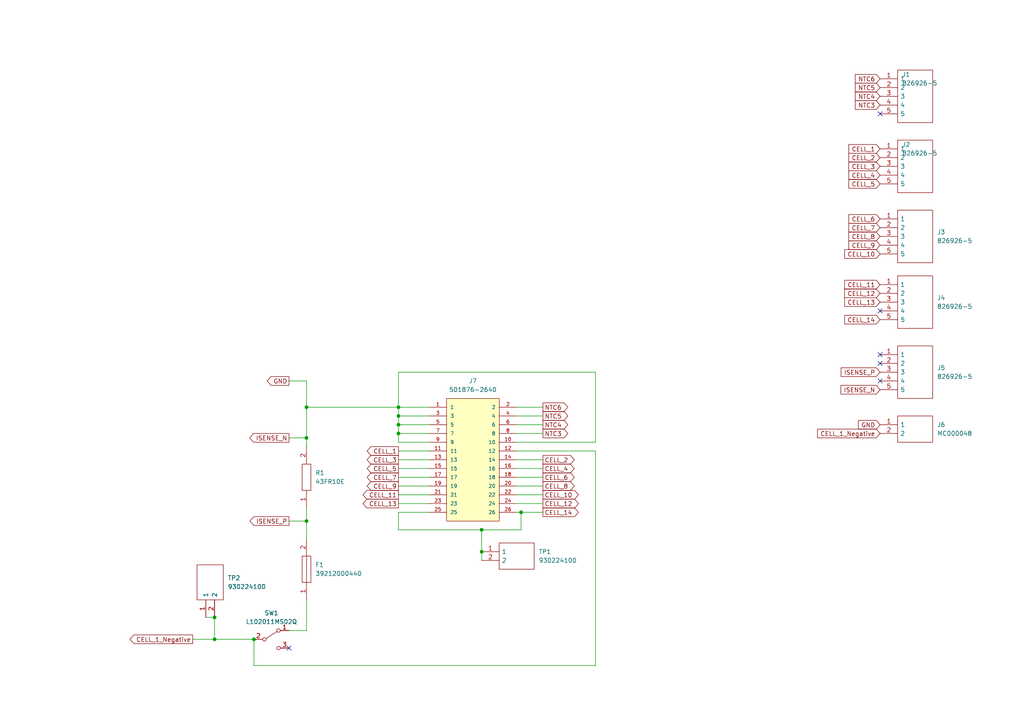
<source format=kicad_sch>
(kicad_sch (version 20211123) (generator eeschema)
  (paper "A4")
  (lib_symbols
    (symbol "2212S-05SG-85:2212S-05SG-85" (pin_names (offset 0.762))
      (property "Reference" "J" (at 16.51 7.62 0))
      (property "Value" "2212S-05SG-85" (at 16.51 5.08 0))
      (symbol "2212S-05SG-85_0_0"
        (pin passive line (at 0 0 0) (length 5.08) (name "1") (number "1"))
        (pin passive line (at 0 -2.54 0) (length 5.08) (name "2") (number "2"))
        (pin passive line (at 0 -5.08 0) (length 5.08) (name "3") (number "3"))
        (pin passive line (at 0 -7.62 0) (length 5.08) (name "4") (number "4"))
        (pin passive line (at 0 -10.16 0) (length 5.08) (name "5") (number "5"))
      )
      (symbol "2212S-05SG-85_0_1"
        (polyline (pts (xy 5.08 2.54) (xy 15.24 2.54) (xy 15.24 -12.7) (xy 5.08 -12.7) (xy 5.08 2.54)) (stroke (width 0.1524)))
      )
    )
    (symbol "39212000440:39212000440" (pin_names (offset 0.762))
      (property "Reference" "F" (at 13.97 6.35 0))
      (property "Value" "39212000440" (at 13.97 3.81 0))
      (symbol "39212000440_0_0"
        (pin passive line (at 0 0 0) (length 5.08) (name "~") (number "1"))
        (pin passive line (at 17.78 0 180) (length 5.08) (name "~") (number "2"))
      )
      (symbol "39212000440_0_1"
        (polyline (pts (xy 5.08 0) (xy 12.7 0)) (stroke (width 0.1524)))
        (polyline (pts (xy 5.08 1.27) (xy 12.7 1.27) (xy 12.7 -1.27) (xy 5.08 -1.27) (xy 5.08 1.27)) (stroke (width 0.1524)))
      )
    )
    (symbol "43FR10E:43FR10E" (pin_names (offset 0.762))
      (property "Reference" "R" (at 13.97 6.35 0))
      (property "Value" "43FR10E" (at 13.97 3.81 0))
      (symbol "43FR10E_0_0"
        (pin passive line (at 0 0 0) (length 5.08) (name "~") (number "1"))
        (pin passive line (at 17.78 0 180) (length 5.08) (name "~") (number "2"))
      )
      (symbol "43FR10E_0_1"
        (polyline (pts (xy 5.08 1.27) (xy 12.7 1.27) (xy 12.7 -1.27) (xy 5.08 -1.27) (xy 5.08 1.27)) (stroke (width 0.1524)))
      )
    )
    (symbol "501876-2640:501876-2640" (pin_names (offset 1.016))
      (property "Reference" "J" (at -7.62 18.542 0))
      (property "Value" "501876-2640" (at -7.62 -20.32 0))
      (symbol "501876-2640_0_0"
        (rectangle (start -7.62 -17.78) (end 7.62 17.78) (stroke (width 0.1524)) (fill (type background)))
        (pin passive line (at -12.7 15.24 0) (length 5.08) (name "1") (number "1"))
        (pin passive line (at 12.7 5.08 180) (length 5.08) (name "10") (number "10"))
        (pin passive line (at -12.7 2.54 0) (length 5.08) (name "11") (number "11"))
        (pin passive line (at 12.7 2.54 180) (length 5.08) (name "12") (number "12"))
        (pin passive line (at -12.7 0 0) (length 5.08) (name "13") (number "13"))
        (pin passive line (at 12.7 0 180) (length 5.08) (name "14") (number "14"))
        (pin passive line (at -12.7 -2.54 0) (length 5.08) (name "15") (number "15"))
        (pin passive line (at 12.7 -2.54 180) (length 5.08) (name "16") (number "16"))
        (pin passive line (at -12.7 -5.08 0) (length 5.08) (name "17") (number "17"))
        (pin passive line (at 12.7 -5.08 180) (length 5.08) (name "18") (number "18"))
        (pin passive line (at -12.7 -7.62 0) (length 5.08) (name "19") (number "19"))
        (pin passive line (at 12.7 15.24 180) (length 5.08) (name "2") (number "2"))
        (pin passive line (at 12.7 -7.62 180) (length 5.08) (name "20") (number "20"))
        (pin passive line (at -12.7 -10.16 0) (length 5.08) (name "21") (number "21"))
        (pin passive line (at 12.7 -10.16 180) (length 5.08) (name "22") (number "22"))
        (pin passive line (at -12.7 -12.7 0) (length 5.08) (name "23") (number "23"))
        (pin passive line (at 12.7 -12.7 180) (length 5.08) (name "24") (number "24"))
        (pin passive line (at -12.7 -15.24 0) (length 5.08) (name "25") (number "25"))
        (pin passive line (at 12.7 -15.24 180) (length 5.08) (name "26") (number "26"))
        (pin passive line (at -12.7 12.7 0) (length 5.08) (name "3") (number "3"))
        (pin passive line (at 12.7 12.7 180) (length 5.08) (name "4") (number "4"))
        (pin passive line (at -12.7 10.16 0) (length 5.08) (name "5") (number "5"))
        (pin passive line (at 12.7 10.16 180) (length 5.08) (name "6") (number "6"))
        (pin passive line (at -12.7 7.62 0) (length 5.08) (name "7") (number "7"))
        (pin passive line (at 12.7 7.62 180) (length 5.08) (name "8") (number "8"))
        (pin passive line (at -12.7 5.08 0) (length 5.08) (name "9") (number "9"))
      )
    )
    (symbol "930224100:930224100" (pin_names (offset 0.762))
      (property "Reference" "TP" (at 16.51 7.62 0))
      (property "Value" "930224100" (at 16.51 5.08 0))
      (symbol "930224100_0_0"
        (pin passive line (at 0 0 0) (length 5.08) (name "1") (number "1"))
        (pin passive line (at 0 -2.54 0) (length 5.08) (name "2") (number "2"))
      )
      (symbol "930224100_0_1"
        (polyline (pts (xy 5.08 2.54) (xy 15.24 2.54) (xy 15.24 -5.08) (xy 5.08 -5.08) (xy 5.08 2.54)) (stroke (width 0.1524)))
      )
    )
    (symbol "MC000048:MC000048" (pin_names (offset 0.762))
      (property "Reference" "J" (at 16.51 7.62 0))
      (property "Value" "MC000048" (at 16.51 5.08 0))
      (symbol "MC000048_0_0"
        (pin passive line (at 0 0 0) (length 5.08) (name "1") (number "1"))
        (pin passive line (at 0 -2.54 0) (length 5.08) (name "2") (number "2"))
      )
      (symbol "MC000048_0_1"
        (polyline (pts (xy 5.08 2.54) (xy 15.24 2.54) (xy 15.24 -5.08) (xy 5.08 -5.08) (xy 5.08 2.54)) (stroke (width 0.1524)))
      )
    )
    (symbol "Switch:SW_SPDT" (pin_names (offset 0) hide)
      (property "Reference" "SW" (at 0 4.318 0))
      (property "Value" "SW_SPDT" (at 0 -5.08 0))
      (symbol "SW_SPDT_0_0"
        (circle (center -2.032 0) (radius 0.508))
        (circle (center 2.032 -2.54) (radius 0.508))
      )
      (symbol "SW_SPDT_0_1"
        (polyline (pts (xy -1.524 0.254) (xy 1.651 2.286)))
        (circle (center 2.032 2.54) (radius 0.508))
      )
      (symbol "SW_SPDT_1_1"
        (pin passive line (at 5.08 2.54 180) (length 2.54) (name "A") (number "1"))
        (pin passive line (at -5.08 0 0) (length 2.54) (name "B") (number "2"))
        (pin passive line (at 5.08 -2.54 180) (length 2.54) (name "C") (number "3"))
      )
    )
  )
  (junction (at 88.9 127))
  (junction (at 115.57 123.19))
  (junction (at 88.9 151.13))
  (junction (at 62.23 179.07))
  (junction (at 62.23 185.42))
  (junction (at 139.7 160.02))
  (junction (at 115.57 120.65))
  (junction (at 73.66 185.42))
  (junction (at 139.7 153.67))
  (junction (at 115.57 118.11))
  (junction (at 88.9 118.11))
  (junction (at 151.13 148.59))
  (junction (at 115.57 125.73))
  (no_connect (at 255.27 90.17))
  (no_connect (at 255.27 105.41))
  (no_connect (at 255.27 33.02))
  (no_connect (at 255.27 110.49))
  (no_connect (at 255.27 102.87))
  (no_connect (at 83.82 187.96))
  (wire (pts (xy 88.9 118.11) (xy 88.9 127)))
  (wire (pts (xy 115.57 118.11) (xy 124.46 118.11)))
  (wire (pts (xy 115.57 130.81) (xy 124.46 130.81)))
  (wire (pts (xy 151.13 148.59) (xy 157.48 148.59)))
  (wire (pts (xy 73.66 193.04) (xy 172.72 193.04)))
  (wire (pts (xy 88.9 151.13) (xy 88.9 156.21)))
  (wire (pts (xy 172.72 107.95) (xy 115.57 107.95)))
  (wire (pts (xy 157.48 123.19) (xy 149.86 123.19)))
  (wire (pts (xy 88.9 127) (xy 88.9 129.54)))
  (wire (pts (xy 115.57 128.27) (xy 115.57 125.73)))
  (wire (pts (xy 62.23 185.42) (xy 55.88 185.42)))
  (wire (pts (xy 115.57 120.65) (xy 115.57 118.11)))
  (wire (pts (xy 149.86 130.81) (xy 172.72 130.81)))
  (wire (pts (xy 151.13 148.59) (xy 149.86 148.59)))
  (wire (pts (xy 151.13 153.67) (xy 151.13 148.59)))
  (wire (pts (xy 115.57 123.19) (xy 124.46 123.19)))
  (wire (pts (xy 124.46 128.27) (xy 115.57 128.27)))
  (wire (pts (xy 115.57 125.73) (xy 124.46 125.73)))
  (wire (pts (xy 88.9 173.99) (xy 88.9 182.88)))
  (wire (pts (xy 172.72 130.81) (xy 172.72 193.04)))
  (wire (pts (xy 115.57 135.89) (xy 124.46 135.89)))
  (wire (pts (xy 88.9 110.49) (xy 88.9 118.11)))
  (wire (pts (xy 157.48 125.73) (xy 149.86 125.73)))
  (wire (pts (xy 59.69 179.07) (xy 62.23 179.07)))
  (wire (pts (xy 115.57 153.67) (xy 139.7 153.67)))
  (wire (pts (xy 83.82 151.13) (xy 88.9 151.13)))
  (wire (pts (xy 139.7 153.67) (xy 139.7 160.02)))
  (wire (pts (xy 115.57 148.59) (xy 115.57 153.67)))
  (wire (pts (xy 149.86 128.27) (xy 172.72 128.27)))
  (wire (pts (xy 83.82 127) (xy 88.9 127)))
  (wire (pts (xy 139.7 153.67) (xy 151.13 153.67)))
  (wire (pts (xy 139.7 160.02) (xy 139.7 162.56)))
  (wire (pts (xy 172.72 128.27) (xy 172.72 107.95)))
  (wire (pts (xy 124.46 148.59) (xy 115.57 148.59)))
  (wire (pts (xy 88.9 147.32) (xy 88.9 151.13)))
  (wire (pts (xy 115.57 140.97) (xy 124.46 140.97)))
  (wire (pts (xy 115.57 125.73) (xy 115.57 123.19)))
  (wire (pts (xy 115.57 107.95) (xy 115.57 118.11)))
  (wire (pts (xy 157.48 133.35) (xy 149.86 133.35)))
  (wire (pts (xy 157.48 143.51) (xy 149.86 143.51)))
  (wire (pts (xy 149.86 118.11) (xy 157.48 118.11)))
  (wire (pts (xy 115.57 123.19) (xy 115.57 120.65)))
  (wire (pts (xy 83.82 182.88) (xy 88.9 182.88)))
  (wire (pts (xy 115.57 120.65) (xy 124.46 120.65)))
  (wire (pts (xy 88.9 118.11) (xy 115.57 118.11)))
  (wire (pts (xy 157.48 146.05) (xy 149.86 146.05)))
  (wire (pts (xy 115.57 138.43) (xy 124.46 138.43)))
  (wire (pts (xy 73.66 185.42) (xy 62.23 185.42)))
  (wire (pts (xy 157.48 140.97) (xy 149.86 140.97)))
  (wire (pts (xy 83.82 110.49) (xy 88.9 110.49)))
  (wire (pts (xy 62.23 179.07) (xy 62.23 185.42)))
  (wire (pts (xy 157.48 135.89) (xy 149.86 135.89)))
  (wire (pts (xy 73.66 193.04) (xy 73.66 185.42)))
  (wire (pts (xy 115.57 133.35) (xy 124.46 133.35)))
  (wire (pts (xy 157.48 138.43) (xy 149.86 138.43)))
  (wire (pts (xy 115.57 146.05) (xy 124.46 146.05)))
  (wire (pts (xy 157.48 120.65) (xy 149.86 120.65)))
  (wire (pts (xy 115.57 143.51) (xy 124.46 143.51)))
  (global_label "CELL_12" (shape output) (at 157.48 146.05 0) (property "Intersheet References" "${INTERSHEET_REFS}" (effects hide)))
  (global_label "GND" (shape input) (at 255.27 123.19 180) (property "Intersheet References" "${INTERSHEET_REFS}" (effects hide)))
  (global_label "ISENSE_P" (shape output) (at 83.82 151.13 180) (property "Intersheet References" "${INTERSHEET_REFS}" (effects hide)))
  (global_label "NTC3" (shape input) (at 255.27 30.48 180) (property "Intersheet References" "${INTERSHEET_REFS}" (effects hide)))
  (global_label "CELL_11" (shape input) (at 255.27 82.55 180) (property "Intersheet References" "${INTERSHEET_REFS}" (effects hide)))
  (global_label "CELL_5" (shape input) (at 255.27 53.34 180) (property "Intersheet References" "${INTERSHEET_REFS}" (effects hide)))
  (global_label "CELL_6" (shape output) (at 157.48 138.43 0) (property "Intersheet References" "${INTERSHEET_REFS}" (effects hide)))
  (global_label "NTC6" (shape input) (at 255.27 22.86 180) (property "Intersheet References" "${INTERSHEET_REFS}" (effects hide)))
  (global_label "CELL_2" (shape output) (at 157.48 133.35 0) (property "Intersheet References" "${INTERSHEET_REFS}" (effects hide)))
  (global_label "CELL_1_Negative" (shape input) (at 255.27 125.73 180) (property "Intersheet References" "${INTERSHEET_REFS}" (effects hide)))
  (global_label "CELL_1_Negative" (shape output) (at 55.88 185.42 180) (property "Intersheet References" "${INTERSHEET_REFS}" (effects hide)))
  (global_label "CELL_13" (shape output) (at 115.57 146.05 180) (property "Intersheet References" "${INTERSHEET_REFS}" (effects hide)))
  (global_label "CELL_11" (shape output) (at 115.57 143.51 180) (property "Intersheet References" "${INTERSHEET_REFS}" (effects hide)))
  (global_label "NTC4" (shape input) (at 255.27 27.94 180) (property "Intersheet References" "${INTERSHEET_REFS}" (effects hide)))
  (global_label "NTC5" (shape input) (at 255.27 25.4 180) (property "Intersheet References" "${INTERSHEET_REFS}" (effects hide)))
  (global_label "CELL_7" (shape output) (at 115.57 138.43 180) (property "Intersheet References" "${INTERSHEET_REFS}" (effects hide)))
  (global_label "NTC3" (shape output) (at 157.48 125.73 0) (property "Intersheet References" "${INTERSHEET_REFS}" (effects hide)))
  (global_label "ISENSE_N" (shape output) (at 83.82 127 180) (property "Intersheet References" "${INTERSHEET_REFS}" (effects hide)))
  (global_label "CELL_9" (shape output) (at 115.57 140.97 180) (property "Intersheet References" "${INTERSHEET_REFS}" (effects hide)))
  (global_label "CELL_3" (shape input) (at 255.27 48.26 180) (property "Intersheet References" "${INTERSHEET_REFS}" (effects hide)))
  (global_label "GND" (shape output) (at 83.82 110.49 180) (property "Intersheet References" "${INTERSHEET_REFS}" (effects hide)))
  (global_label "CELL_10" (shape input) (at 255.27 73.66 180) (property "Intersheet References" "${INTERSHEET_REFS}" (effects hide)))
  (global_label "CELL_9" (shape input) (at 255.27 71.12 180) (property "Intersheet References" "${INTERSHEET_REFS}" (effects hide)))
  (global_label "CELL_8" (shape input) (at 255.27 68.58 180) (property "Intersheet References" "${INTERSHEET_REFS}" (effects hide)))
  (global_label "CELL_1" (shape input) (at 255.27 43.18 180) (property "Intersheet References" "${INTERSHEET_REFS}" (effects hide)))
  (global_label "ISENSE_N" (shape input) (at 255.27 113.03 180) (property "Intersheet References" "${INTERSHEET_REFS}" (effects hide)))
  (global_label "NTC6" (shape output) (at 157.48 118.11 0) (property "Intersheet References" "${INTERSHEET_REFS}" (effects hide)))
  (global_label "CELL_10" (shape output) (at 157.48 143.51 0) (property "Intersheet References" "${INTERSHEET_REFS}" (effects hide)))
  (global_label "NTC5" (shape output) (at 157.48 120.65 0) (property "Intersheet References" "${INTERSHEET_REFS}" (effects hide)))
  (global_label "CELL_1" (shape output) (at 115.57 130.81 180) (property "Intersheet References" "${INTERSHEET_REFS}" (effects hide)))
  (global_label "CELL_13" (shape input) (at 255.27 87.63 180) (property "Intersheet References" "${INTERSHEET_REFS}" (effects hide)))
  (global_label "NTC4" (shape output) (at 157.48 123.19 0) (property "Intersheet References" "${INTERSHEET_REFS}" (effects hide)))
  (global_label "CELL_4" (shape input) (at 255.27 50.8 180) (property "Intersheet References" "${INTERSHEET_REFS}" (effects hide)))
  (global_label "ISENSE_P" (shape input) (at 255.27 107.95 180) (property "Intersheet References" "${INTERSHEET_REFS}" (effects hide)))
  (global_label "CELL_12" (shape input) (at 255.27 85.09 180) (property "Intersheet References" "${INTERSHEET_REFS}" (effects hide)))
  (global_label "CELL_6" (shape input) (at 255.27 63.5 180) (property "Intersheet References" "${INTERSHEET_REFS}" (effects hide)))
  (global_label "CELL_8" (shape output) (at 157.48 140.97 0) (property "Intersheet References" "${INTERSHEET_REFS}" (effects hide)))
  (global_label "CELL_14" (shape input) (at 255.27 92.71 180) (property "Intersheet References" "${INTERSHEET_REFS}" (effects hide)))
  (global_label "CELL_2" (shape input) (at 255.27 45.72 180) (property "Intersheet References" "${INTERSHEET_REFS}" (effects hide)))
  (global_label "CELL_4" (shape output) (at 157.48 135.89 0) (property "Intersheet References" "${INTERSHEET_REFS}" (effects hide)))
  (global_label "CELL_3" (shape output) (at 115.57 133.35 180) (property "Intersheet References" "${INTERSHEET_REFS}" (effects hide)))
  (global_label "CELL_7" (shape input) (at 255.27 66.04 180) (property "Intersheet References" "${INTERSHEET_REFS}" (effects hide)))
  (global_label "CELL_5" (shape output) (at 115.57 135.89 180) (property "Intersheet References" "${INTERSHEET_REFS}" (effects hide)))
  (global_label "CELL_14" (shape output) (at 157.48 148.59 0) (property "Intersheet References" "${INTERSHEET_REFS}" (effects hide)))
  (symbol (lib_id "39212000440:39212000440") (at 88.9 173.99 90) (unit 1)
    (property "Reference" "F1" (at 91.44 163.8299 90) (effects (justify right)))
    (property "Value" "39212000440" (at 91.44 166.3699 90) (effects (justify right)))
    (property "Footprint" "39213150440_1" (effects hide))
    (property "Datasheet" "https://www.littelfuse.com/~/media/electronics/datasheets/fuses/littelfuse_fuse_392_datasheet.pdf.pdf" (effects hide))
    (property "Description" "LITTELFUSE - 39212000440 - FUSE, RADIAL, TIME DELAY, 2A" (effects hide))
    (property "Manufacturer_Name" "LITTELFUSE" (effects hide))
    (property "Manufacturer_Part_Number" "39212000440" (effects hide))
  )
  (symbol (lib_id "2212S-05SG-85:2212S-05SG-85") (at 255.27 22.86 0) (unit 1)
    (property "Reference" "J1" (at 261.62 21.5899 0) (effects (justify left)))
    (property "Value" "826926-5" (at 261.62 24.13 0) (effects (justify left)))
    (property "Footprint" "2212S-05SG-85:RHDR5W74P0X254_1X5_1320X250X850P" (effects hide))
    (property "Datasheet" "https://componentsearchengine.com/Datasheets/2/2212S-05SG-85.pdf" (effects hide))
    (property "Comment" "826926-5" (effects hide))
    (property "EU_RoHS_Compliance" "Compliant" (effects hide))
    (property "Description" "MULTICOMP - 2212S-05SG-85 - SOCKET, PCB, 1 ROW, 5WAY" (effects hide))
    (property "Height" "8.5" (effects hide))
    (property "Manufacturer_Name" "MULTICOMP" (effects hide))
    (property "Manufacturer_Part_Number" "2212S-05SG-85" (effects hide))
  )
  (symbol (lib_id "501876-2640:501876-2640") (at 137.16 133.35 0) (unit 1)
    (property "Reference" "J7" (at 137.16 110.49 0))
    (property "Value" "501876-2640" (at 137.16 113.03 0))
    (property "Footprint" "MOLEX_501876-2640" (effects hide))
    (property "MAXIMUM_PACKAGE_HEIGHT" "8.3 mm" (effects hide))
    (property "PARTREV" "D" (effects hide))
    (property "SNAPEDA_PN" "501876-2640" (effects hide))
    (property "STANDARD" "Manufacturer Recommendations" (effects hide))
    (property "MANUFACTURER" "Molex" (effects hide))
  )
  (symbol (lib_id "2212S-05SG-85:2212S-05SG-85") (at 255.27 63.5 0) (unit 1)
    (property "Reference" "J3" (at 271.78 67.3099 0) (effects (justify left)))
    (property "Value" "826926-5" (at 271.78 69.8499 0) (effects (justify left)))
    (property "Footprint" "2212S-05SG-85:RHDR5W74P0X254_1X5_1320X250X850P" (effects hide))
    (property "Datasheet" "https://componentsearchengine.com/Datasheets/2/2212S-05SG-85.pdf" (effects hide))
    (property "Comment" "826926-5" (effects hide))
    (property "EU_RoHS_Compliance" "Compliant" (effects hide))
    (property "Description" "MULTICOMP - 2212S-05SG-85 - SOCKET, PCB, 1 ROW, 5WAY" (effects hide))
    (property "Height" "8.5" (effects hide))
    (property "Manufacturer_Name" "MULTICOMP" (effects hide))
    (property "Manufacturer_Part_Number" "2212S-05SG-85" (effects hide))
  )
  (symbol (lib_id "43FR10E:43FR10E") (at 88.9 147.32 90) (unit 1)
    (property "Reference" "R1" (at 91.44 137.1599 90) (effects (justify right)))
    (property "Value" "43FR10E" (at 91.44 139.6999 90) (effects (justify right)))
    (property "Footprint" "RESAD3750W90L1510D560" (effects hide))
    (property "Datasheet" "http://uk.rs-online.com/web/p/products/2508385450" (effects hide))
    (property "Description" "Ohmicone Silicone-Ceramic Conformal Axial Terminal Wirewound resistor" (effects hide))
    (property "RS Part Number" "2508385450" (effects hide))
    (property "RS Price/Stock" "http://uk.rs-online.com/web/p/products/2508385450" (effects hide))
    (property "Manufacturer_Name" "Ohmite" (effects hide))
    (property "Manufacturer_Part_Number" "43FR10E" (effects hide))
    (property "Allied_Number" "70023347" (effects hide))
  )
  (symbol (lib_id "2212S-05SG-85:2212S-05SG-85") (at 255.27 82.55 0) (unit 1)
    (property "Reference" "J4" (at 271.78 86.3599 0) (effects (justify left)))
    (property "Value" "826926-5" (at 271.78 88.8999 0) (effects (justify left)))
    (property "Footprint" "2212S-05SG-85:RHDR5W74P0X254_1X5_1320X250X850P" (effects hide))
    (property "Datasheet" "https://componentsearchengine.com/Datasheets/2/2212S-05SG-85.pdf" (effects hide))
    (property "Comment" "826926-5" (effects hide))
    (property "EU_RoHS_Compliance" "Compliant" (effects hide))
    (property "Description" "MULTICOMP - 2212S-05SG-85 - SOCKET, PCB, 1 ROW, 5WAY" (effects hide))
    (property "Height" "8.5" (effects hide))
    (property "Manufacturer_Name" "MULTICOMP" (effects hide))
    (property "Manufacturer_Part_Number" "2212S-05SG-85" (effects hide))
  )
  (symbol (lib_id "930224100:930224100") (at 59.69 179.07 90) (unit 1)
    (property "Reference" "TP2" (at 66.04 167.6399 90) (effects (justify right)))
    (property "Value" "930224100" (at 66.04 170.1799 90) (effects (justify right)))
    (property "Footprint" "930224100" (effects hide))
    (property "Datasheet" "http://uk.rs-online.com/web/p/products/1902642" (effects hide))
    (property "Description" "SOCKET, 2MM, PCB, PK5, VQ" (effects hide))
    (property "Height" "5.8" (effects hide))
    (property "RS Part Number" "1902642" (effects hide))
    (property "RS Price/Stock" "http://uk.rs-online.com/web/p/products/1902642" (effects hide))
    (property "Manufacturer_Name" "Hirschmann" (effects hide))
    (property "Manufacturer_Part_Number" "930224100" (effects hide))
    (property "Allied_Number" "70323787" (effects hide))
  )
  (symbol (lib_id "Switch:SW_SPDT") (at 78.74 185.42 0) (unit 1)
    (property "Reference" "SW1" (at 78.74 177.8 0))
    (property "Value" "L102011MS02Q" (at 78.74 180.34 0))
    (property "Footprint" "L102011MS02Q:L102011MS02Q" (effects hide))
  )
  (symbol (lib_id "2212S-05SG-85:2212S-05SG-85") (at 255.27 102.87 0) (unit 1)
    (property "Reference" "J5" (at 271.78 106.6799 0) (effects (justify left)))
    (property "Value" "826926-5" (at 271.78 109.2199 0) (effects (justify left)))
    (property "Footprint" "2212S-05SG-85:RHDR5W74P0X254_1X5_1320X250X850P" (effects hide))
    (property "Datasheet" "https://componentsearchengine.com/Datasheets/2/2212S-05SG-85.pdf" (effects hide))
    (property "Comment" "826926-5" (effects hide))
    (property "EU_RoHS_Compliance" "Compliant" (effects hide))
    (property "Description" "MULTICOMP - 2212S-05SG-85 - SOCKET, PCB, 1 ROW, 5WAY" (effects hide))
    (property "Height" "8.5" (effects hide))
    (property "Manufacturer_Name" "MULTICOMP" (effects hide))
    (property "Manufacturer_Part_Number" "2212S-05SG-85" (effects hide))
  )
  (symbol (lib_id "930224100:930224100") (at 139.7 160.02 0) (unit 1)
    (property "Reference" "TP1" (at 156.21 160.0199 0) (effects (justify left)))
    (property "Value" "930224100" (at 156.21 162.5599 0) (effects (justify left)))
    (property "Footprint" "930224100" (effects hide))
    (property "Datasheet" "http://uk.rs-online.com/web/p/products/1902642" (effects hide))
    (property "Description" "SOCKET, 2MM, PCB, PK5, VQ" (effects hide))
    (property "Height" "5.8" (effects hide))
    (property "RS Part Number" "1902642" (effects hide))
    (property "RS Price/Stock" "http://uk.rs-online.com/web/p/products/1902642" (effects hide))
    (property "Manufacturer_Name" "Hirschmann" (effects hide))
    (property "Manufacturer_Part_Number" "930224100" (effects hide))
    (property "Allied_Number" "70323787" (effects hide))
  )
  (symbol (lib_id "2212S-05SG-85:2212S-05SG-85") (at 255.27 43.18 0) (unit 1)
    (property "Reference" "J2" (at 261.62 41.9099 0) (effects (justify left)))
    (property "Value" "826926-5" (at 261.62 44.45 0) (effects (justify left)))
    (property "Footprint" "2212S-05SG-85:RHDR5W74P0X254_1X5_1320X250X850P" (effects hide))
    (property "Datasheet" "https://componentsearchengine.com/Datasheets/2/2212S-05SG-85.pdf" (effects hide))
    (property "Comment" "826926-5" (effects hide))
    (property "EU_RoHS_Compliance" "Compliant" (effects hide))
    (property "Description" "MULTICOMP - 2212S-05SG-85 - SOCKET, PCB, 1 ROW, 5WAY" (effects hide))
    (property "Height" "8.5" (effects hide))
    (property "Manufacturer_Name" "MULTICOMP" (effects hide))
    (property "Manufacturer_Part_Number" "2212S-05SG-85" (effects hide))
  )
  (symbol (lib_id "MC000048:MC000048") (at 255.27 123.19 0) (unit 1)
    (property "Reference" "J6" (at 271.78 123.1899 0) (effects (justify left)))
    (property "Value" "MC000048" (at 271.78 125.7299 0) (effects (justify left)))
    (property "Footprint" "MC000048" (effects hide))
    (property "Description" "TERMINAL BLOCK, WIRE TO BRD, 2POS, 12AWG" (effects hide))
    (property "Height" "14.3" (effects hide))
    (property "Manufacturer_Name" "MULTICOMP" (effects hide))
    (property "Manufacturer_Part_Number" "MC000048" (effects hide))
  )
)
</source>
